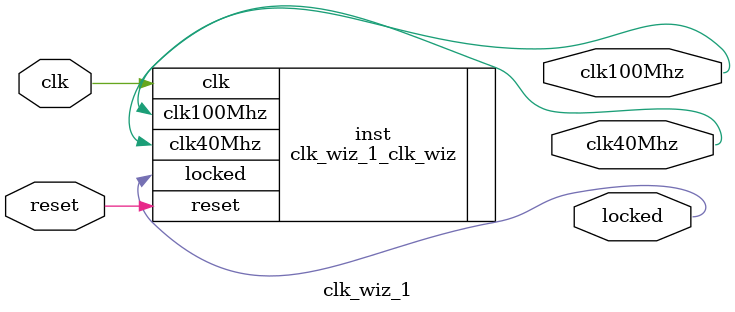
<source format=v>


`timescale 1ps/1ps

(* CORE_GENERATION_INFO = "clk_wiz_1,clk_wiz_v5_4_3_0,{component_name=clk_wiz_1,use_phase_alignment=true,use_min_o_jitter=false,use_max_i_jitter=false,use_dyn_phase_shift=false,use_inclk_switchover=false,use_dyn_reconfig=false,enable_axi=0,feedback_source=FDBK_AUTO,PRIMITIVE=MMCM,num_out_clk=2,clkin1_period=10.000,clkin2_period=10.000,use_power_down=false,use_reset=true,use_locked=true,use_inclk_stopped=false,feedback_type=SINGLE,CLOCK_MGR_TYPE=NA,manual_override=false}" *)

module clk_wiz_1 
 (
  // Clock out ports
  output        clk100Mhz,
  output        clk40Mhz,
  // Status and control signals
  input         reset,
  output        locked,
 // Clock in ports
  input         clk
 );

  clk_wiz_1_clk_wiz inst
  (
  // Clock out ports  
  .clk100Mhz(clk100Mhz),
  .clk40Mhz(clk40Mhz),
  // Status and control signals               
  .reset(reset), 
  .locked(locked),
 // Clock in ports
  .clk(clk)
  );

endmodule

</source>
